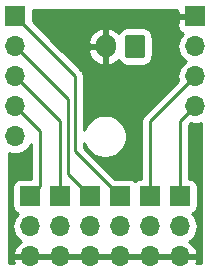
<source format=gbr>
G04 #@! TF.GenerationSoftware,KiCad,Pcbnew,(5.1.4-0-10_14)*
G04 #@! TF.CreationDate,2022-08-18T21:45:17+09:00*
G04 #@! TF.ProjectId,NX13,4e583133-2e6b-4696-9361-645f70636258,rev?*
G04 #@! TF.SameCoordinates,Original*
G04 #@! TF.FileFunction,Copper,L1,Top*
G04 #@! TF.FilePolarity,Positive*
%FSLAX46Y46*%
G04 Gerber Fmt 4.6, Leading zero omitted, Abs format (unit mm)*
G04 Created by KiCad (PCBNEW (5.1.4-0-10_14)) date 2022-08-18 21:45:17*
%MOMM*%
%LPD*%
G04 APERTURE LIST*
%ADD10O,1.700000X1.700000*%
%ADD11R,1.700000X1.700000*%
%ADD12O,1.700000X2.000000*%
%ADD13C,0.100000*%
%ADD14C,1.700000*%
%ADD15C,0.250000*%
%ADD16C,0.254000*%
G04 APERTURE END LIST*
D10*
X162560000Y-120650000D03*
X162560000Y-118110000D03*
D11*
X162560000Y-115570000D03*
D10*
X160020000Y-120650000D03*
X160020000Y-118110000D03*
D11*
X160020000Y-115570000D03*
D10*
X157480000Y-120650000D03*
X157480000Y-118110000D03*
D11*
X157480000Y-115570000D03*
D10*
X154940000Y-120650000D03*
X154940000Y-118110000D03*
D11*
X154940000Y-115570000D03*
D10*
X152400000Y-120650000D03*
X152400000Y-118110000D03*
D11*
X152400000Y-115570000D03*
D10*
X149860000Y-120650000D03*
X149860000Y-118110000D03*
D11*
X149860000Y-115570000D03*
D10*
X163830000Y-107950000D03*
X163830000Y-105410000D03*
X163830000Y-102870000D03*
D11*
X163830000Y-100330000D03*
D10*
X148590000Y-110490000D03*
X148590000Y-107950000D03*
X148590000Y-105410000D03*
X148590000Y-102870000D03*
D11*
X148590000Y-100330000D03*
D12*
X156250000Y-102870000D03*
D13*
G36*
X159374504Y-101871204D02*
G01*
X159398773Y-101874804D01*
X159422571Y-101880765D01*
X159445671Y-101889030D01*
X159467849Y-101899520D01*
X159488893Y-101912133D01*
X159508598Y-101926747D01*
X159526777Y-101943223D01*
X159543253Y-101961402D01*
X159557867Y-101981107D01*
X159570480Y-102002151D01*
X159580970Y-102024329D01*
X159589235Y-102047429D01*
X159595196Y-102071227D01*
X159598796Y-102095496D01*
X159600000Y-102120000D01*
X159600000Y-103620000D01*
X159598796Y-103644504D01*
X159595196Y-103668773D01*
X159589235Y-103692571D01*
X159580970Y-103715671D01*
X159570480Y-103737849D01*
X159557867Y-103758893D01*
X159543253Y-103778598D01*
X159526777Y-103796777D01*
X159508598Y-103813253D01*
X159488893Y-103827867D01*
X159467849Y-103840480D01*
X159445671Y-103850970D01*
X159422571Y-103859235D01*
X159398773Y-103865196D01*
X159374504Y-103868796D01*
X159350000Y-103870000D01*
X158150000Y-103870000D01*
X158125496Y-103868796D01*
X158101227Y-103865196D01*
X158077429Y-103859235D01*
X158054329Y-103850970D01*
X158032151Y-103840480D01*
X158011107Y-103827867D01*
X157991402Y-103813253D01*
X157973223Y-103796777D01*
X157956747Y-103778598D01*
X157942133Y-103758893D01*
X157929520Y-103737849D01*
X157919030Y-103715671D01*
X157910765Y-103692571D01*
X157904804Y-103668773D01*
X157901204Y-103644504D01*
X157900000Y-103620000D01*
X157900000Y-102120000D01*
X157901204Y-102095496D01*
X157904804Y-102071227D01*
X157910765Y-102047429D01*
X157919030Y-102024329D01*
X157929520Y-102002151D01*
X157942133Y-101981107D01*
X157956747Y-101961402D01*
X157973223Y-101943223D01*
X157991402Y-101926747D01*
X158011107Y-101912133D01*
X158032151Y-101899520D01*
X158054329Y-101889030D01*
X158077429Y-101880765D01*
X158101227Y-101874804D01*
X158125496Y-101871204D01*
X158150000Y-101870000D01*
X159350000Y-101870000D01*
X159374504Y-101871204D01*
X159374504Y-101871204D01*
G37*
D14*
X158750000Y-102870000D03*
D15*
X148590000Y-100330000D02*
X152400000Y-104140000D01*
X157480000Y-115570000D02*
X156630001Y-114720001D01*
X156630001Y-114720001D02*
X153670000Y-111760000D01*
X153670000Y-111760000D02*
X153670000Y-105410000D01*
X153670000Y-105410000D02*
X152400000Y-104140000D01*
X151765000Y-106045000D02*
X148590000Y-102870000D01*
X153035000Y-107315000D02*
X151765000Y-106045000D01*
X153035000Y-113665000D02*
X153035000Y-107315000D01*
X154940000Y-115570000D02*
X153035000Y-113665000D01*
X148590000Y-105410000D02*
X151130000Y-107950000D01*
X152400000Y-109220000D02*
X151130000Y-107950000D01*
X152400000Y-115570000D02*
X152400000Y-109220000D01*
X148590000Y-107950000D02*
X150495000Y-109855000D01*
X150709999Y-114720001D02*
X150709999Y-110069999D01*
X149860000Y-115570000D02*
X150709999Y-114720001D01*
X150709999Y-110069999D02*
X150495000Y-109855000D01*
X162560000Y-109220000D02*
X162560000Y-115570000D01*
X163830000Y-107950000D02*
X162560000Y-109220000D01*
X160020000Y-109220000D02*
X160020000Y-115570000D01*
X163830000Y-105410000D02*
X160020000Y-109220000D01*
D16*
G36*
X164365000Y-121185000D02*
G01*
X163942107Y-121185000D01*
X163956825Y-121154099D01*
X164001476Y-121006890D01*
X163880155Y-120777000D01*
X162687000Y-120777000D01*
X162687000Y-120797000D01*
X162433000Y-120797000D01*
X162433000Y-120777000D01*
X160147000Y-120777000D01*
X160147000Y-120797000D01*
X159893000Y-120797000D01*
X159893000Y-120777000D01*
X157607000Y-120777000D01*
X157607000Y-120797000D01*
X157353000Y-120797000D01*
X157353000Y-120777000D01*
X155067000Y-120777000D01*
X155067000Y-120797000D01*
X154813000Y-120797000D01*
X154813000Y-120777000D01*
X152527000Y-120777000D01*
X152527000Y-120797000D01*
X152273000Y-120797000D01*
X152273000Y-120777000D01*
X149987000Y-120777000D01*
X149987000Y-120797000D01*
X149733000Y-120797000D01*
X149733000Y-120777000D01*
X148539845Y-120777000D01*
X148418524Y-121006890D01*
X148463175Y-121154099D01*
X148477893Y-121185000D01*
X148055000Y-121185000D01*
X148055000Y-111879530D01*
X148298889Y-111953513D01*
X148517050Y-111975000D01*
X148662950Y-111975000D01*
X148881111Y-111953513D01*
X149161034Y-111868599D01*
X149419014Y-111730706D01*
X149645134Y-111545134D01*
X149830706Y-111319014D01*
X149950000Y-111095831D01*
X149949999Y-114081928D01*
X149010000Y-114081928D01*
X148885518Y-114094188D01*
X148765820Y-114130498D01*
X148655506Y-114189463D01*
X148558815Y-114268815D01*
X148479463Y-114365506D01*
X148420498Y-114475820D01*
X148384188Y-114595518D01*
X148371928Y-114720000D01*
X148371928Y-116420000D01*
X148384188Y-116544482D01*
X148420498Y-116664180D01*
X148479463Y-116774494D01*
X148558815Y-116871185D01*
X148655506Y-116950537D01*
X148765820Y-117009502D01*
X148834687Y-117030393D01*
X148804866Y-117054866D01*
X148619294Y-117280986D01*
X148481401Y-117538966D01*
X148396487Y-117818889D01*
X148367815Y-118110000D01*
X148396487Y-118401111D01*
X148481401Y-118681034D01*
X148619294Y-118939014D01*
X148804866Y-119165134D01*
X149030986Y-119350706D01*
X149095523Y-119385201D01*
X148978645Y-119454822D01*
X148762412Y-119649731D01*
X148588359Y-119883080D01*
X148463175Y-120145901D01*
X148418524Y-120293110D01*
X148539845Y-120523000D01*
X149733000Y-120523000D01*
X149733000Y-120503000D01*
X149987000Y-120503000D01*
X149987000Y-120523000D01*
X152273000Y-120523000D01*
X152273000Y-120503000D01*
X152527000Y-120503000D01*
X152527000Y-120523000D01*
X154813000Y-120523000D01*
X154813000Y-120503000D01*
X155067000Y-120503000D01*
X155067000Y-120523000D01*
X157353000Y-120523000D01*
X157353000Y-120503000D01*
X157607000Y-120503000D01*
X157607000Y-120523000D01*
X159893000Y-120523000D01*
X159893000Y-120503000D01*
X160147000Y-120503000D01*
X160147000Y-120523000D01*
X162433000Y-120523000D01*
X162433000Y-120503000D01*
X162687000Y-120503000D01*
X162687000Y-120523000D01*
X163880155Y-120523000D01*
X164001476Y-120293110D01*
X163956825Y-120145901D01*
X163831641Y-119883080D01*
X163657588Y-119649731D01*
X163441355Y-119454822D01*
X163324477Y-119385201D01*
X163389014Y-119350706D01*
X163615134Y-119165134D01*
X163800706Y-118939014D01*
X163938599Y-118681034D01*
X164023513Y-118401111D01*
X164052185Y-118110000D01*
X164023513Y-117818889D01*
X163938599Y-117538966D01*
X163800706Y-117280986D01*
X163615134Y-117054866D01*
X163585313Y-117030393D01*
X163654180Y-117009502D01*
X163764494Y-116950537D01*
X163861185Y-116871185D01*
X163940537Y-116774494D01*
X163999502Y-116664180D01*
X164035812Y-116544482D01*
X164048072Y-116420000D01*
X164048072Y-114720000D01*
X164035812Y-114595518D01*
X163999502Y-114475820D01*
X163940537Y-114365506D01*
X163861185Y-114268815D01*
X163764494Y-114189463D01*
X163654180Y-114130498D01*
X163534482Y-114094188D01*
X163410000Y-114081928D01*
X163320000Y-114081928D01*
X163320000Y-109534801D01*
X163464004Y-109390797D01*
X163538889Y-109413513D01*
X163757050Y-109435000D01*
X163902950Y-109435000D01*
X164121111Y-109413513D01*
X164365001Y-109339530D01*
X164365000Y-121185000D01*
X164365000Y-121185000D01*
G37*
X164365000Y-121185000D02*
X163942107Y-121185000D01*
X163956825Y-121154099D01*
X164001476Y-121006890D01*
X163880155Y-120777000D01*
X162687000Y-120777000D01*
X162687000Y-120797000D01*
X162433000Y-120797000D01*
X162433000Y-120777000D01*
X160147000Y-120777000D01*
X160147000Y-120797000D01*
X159893000Y-120797000D01*
X159893000Y-120777000D01*
X157607000Y-120777000D01*
X157607000Y-120797000D01*
X157353000Y-120797000D01*
X157353000Y-120777000D01*
X155067000Y-120777000D01*
X155067000Y-120797000D01*
X154813000Y-120797000D01*
X154813000Y-120777000D01*
X152527000Y-120777000D01*
X152527000Y-120797000D01*
X152273000Y-120797000D01*
X152273000Y-120777000D01*
X149987000Y-120777000D01*
X149987000Y-120797000D01*
X149733000Y-120797000D01*
X149733000Y-120777000D01*
X148539845Y-120777000D01*
X148418524Y-121006890D01*
X148463175Y-121154099D01*
X148477893Y-121185000D01*
X148055000Y-121185000D01*
X148055000Y-111879530D01*
X148298889Y-111953513D01*
X148517050Y-111975000D01*
X148662950Y-111975000D01*
X148881111Y-111953513D01*
X149161034Y-111868599D01*
X149419014Y-111730706D01*
X149645134Y-111545134D01*
X149830706Y-111319014D01*
X149950000Y-111095831D01*
X149949999Y-114081928D01*
X149010000Y-114081928D01*
X148885518Y-114094188D01*
X148765820Y-114130498D01*
X148655506Y-114189463D01*
X148558815Y-114268815D01*
X148479463Y-114365506D01*
X148420498Y-114475820D01*
X148384188Y-114595518D01*
X148371928Y-114720000D01*
X148371928Y-116420000D01*
X148384188Y-116544482D01*
X148420498Y-116664180D01*
X148479463Y-116774494D01*
X148558815Y-116871185D01*
X148655506Y-116950537D01*
X148765820Y-117009502D01*
X148834687Y-117030393D01*
X148804866Y-117054866D01*
X148619294Y-117280986D01*
X148481401Y-117538966D01*
X148396487Y-117818889D01*
X148367815Y-118110000D01*
X148396487Y-118401111D01*
X148481401Y-118681034D01*
X148619294Y-118939014D01*
X148804866Y-119165134D01*
X149030986Y-119350706D01*
X149095523Y-119385201D01*
X148978645Y-119454822D01*
X148762412Y-119649731D01*
X148588359Y-119883080D01*
X148463175Y-120145901D01*
X148418524Y-120293110D01*
X148539845Y-120523000D01*
X149733000Y-120523000D01*
X149733000Y-120503000D01*
X149987000Y-120503000D01*
X149987000Y-120523000D01*
X152273000Y-120523000D01*
X152273000Y-120503000D01*
X152527000Y-120503000D01*
X152527000Y-120523000D01*
X154813000Y-120523000D01*
X154813000Y-120503000D01*
X155067000Y-120503000D01*
X155067000Y-120523000D01*
X157353000Y-120523000D01*
X157353000Y-120503000D01*
X157607000Y-120503000D01*
X157607000Y-120523000D01*
X159893000Y-120523000D01*
X159893000Y-120503000D01*
X160147000Y-120503000D01*
X160147000Y-120523000D01*
X162433000Y-120523000D01*
X162433000Y-120503000D01*
X162687000Y-120503000D01*
X162687000Y-120523000D01*
X163880155Y-120523000D01*
X164001476Y-120293110D01*
X163956825Y-120145901D01*
X163831641Y-119883080D01*
X163657588Y-119649731D01*
X163441355Y-119454822D01*
X163324477Y-119385201D01*
X163389014Y-119350706D01*
X163615134Y-119165134D01*
X163800706Y-118939014D01*
X163938599Y-118681034D01*
X164023513Y-118401111D01*
X164052185Y-118110000D01*
X164023513Y-117818889D01*
X163938599Y-117538966D01*
X163800706Y-117280986D01*
X163615134Y-117054866D01*
X163585313Y-117030393D01*
X163654180Y-117009502D01*
X163764494Y-116950537D01*
X163861185Y-116871185D01*
X163940537Y-116774494D01*
X163999502Y-116664180D01*
X164035812Y-116544482D01*
X164048072Y-116420000D01*
X164048072Y-114720000D01*
X164035812Y-114595518D01*
X163999502Y-114475820D01*
X163940537Y-114365506D01*
X163861185Y-114268815D01*
X163764494Y-114189463D01*
X163654180Y-114130498D01*
X163534482Y-114094188D01*
X163410000Y-114081928D01*
X163320000Y-114081928D01*
X163320000Y-109534801D01*
X163464004Y-109390797D01*
X163538889Y-109413513D01*
X163757050Y-109435000D01*
X163902950Y-109435000D01*
X164121111Y-109413513D01*
X164365001Y-109339530D01*
X164365000Y-121185000D01*
G36*
X162345000Y-100044250D02*
G01*
X162503750Y-100203000D01*
X163703000Y-100203000D01*
X163703000Y-100183000D01*
X163957000Y-100183000D01*
X163957000Y-100203000D01*
X163977000Y-100203000D01*
X163977000Y-100457000D01*
X163957000Y-100457000D01*
X163957000Y-100477000D01*
X163703000Y-100477000D01*
X163703000Y-100457000D01*
X162503750Y-100457000D01*
X162345000Y-100615750D01*
X162341928Y-101180000D01*
X162354188Y-101304482D01*
X162390498Y-101424180D01*
X162449463Y-101534494D01*
X162528815Y-101631185D01*
X162625506Y-101710537D01*
X162735820Y-101769502D01*
X162804687Y-101790393D01*
X162774866Y-101814866D01*
X162589294Y-102040986D01*
X162451401Y-102298966D01*
X162366487Y-102578889D01*
X162337815Y-102870000D01*
X162366487Y-103161111D01*
X162451401Y-103441034D01*
X162589294Y-103699014D01*
X162774866Y-103925134D01*
X163000986Y-104110706D01*
X163055791Y-104140000D01*
X163000986Y-104169294D01*
X162774866Y-104354866D01*
X162589294Y-104580986D01*
X162451401Y-104838966D01*
X162366487Y-105118889D01*
X162337815Y-105410000D01*
X162366487Y-105701111D01*
X162389203Y-105775995D01*
X159509003Y-108656196D01*
X159479999Y-108679999D01*
X159424871Y-108747174D01*
X159385026Y-108795724D01*
X159314455Y-108927753D01*
X159314454Y-108927754D01*
X159270997Y-109071015D01*
X159260000Y-109182668D01*
X159260000Y-109182678D01*
X159256324Y-109220000D01*
X159260000Y-109257323D01*
X159260001Y-114081928D01*
X159170000Y-114081928D01*
X159045518Y-114094188D01*
X158925820Y-114130498D01*
X158815506Y-114189463D01*
X158750000Y-114243222D01*
X158684494Y-114189463D01*
X158574180Y-114130498D01*
X158454482Y-114094188D01*
X158330000Y-114081928D01*
X157066730Y-114081928D01*
X154430000Y-111445199D01*
X154430000Y-111003965D01*
X154434876Y-111028478D01*
X154574036Y-111364441D01*
X154776066Y-111666800D01*
X155033200Y-111923934D01*
X155335559Y-112125964D01*
X155671522Y-112265124D01*
X156028178Y-112336068D01*
X156391822Y-112336068D01*
X156748478Y-112265124D01*
X157084441Y-112125964D01*
X157386800Y-111923934D01*
X157643934Y-111666800D01*
X157845964Y-111364441D01*
X157985124Y-111028478D01*
X158056068Y-110671822D01*
X158056068Y-110308178D01*
X157985124Y-109951522D01*
X157845964Y-109615559D01*
X157643934Y-109313200D01*
X157386800Y-109056066D01*
X157084441Y-108854036D01*
X156748478Y-108714876D01*
X156391822Y-108643932D01*
X156028178Y-108643932D01*
X155671522Y-108714876D01*
X155335559Y-108854036D01*
X155033200Y-109056066D01*
X154776066Y-109313200D01*
X154574036Y-109615559D01*
X154434876Y-109951522D01*
X154430000Y-109976035D01*
X154430000Y-105447322D01*
X154433676Y-105409999D01*
X154430000Y-105372676D01*
X154430000Y-105372667D01*
X154419003Y-105261014D01*
X154375546Y-105117753D01*
X154304974Y-104985724D01*
X154210001Y-104869999D01*
X154181003Y-104846201D01*
X152963803Y-103629002D01*
X152963799Y-103628997D01*
X152564544Y-103229742D01*
X154778715Y-103229742D01*
X154847904Y-103512745D01*
X154970975Y-103776812D01*
X155143198Y-104011795D01*
X155357954Y-104208664D01*
X155606991Y-104359854D01*
X155880739Y-104459554D01*
X155893110Y-104461476D01*
X156123000Y-104340155D01*
X156123000Y-102997000D01*
X154922768Y-102997000D01*
X154778715Y-103229742D01*
X152564544Y-103229742D01*
X151845060Y-102510258D01*
X154778715Y-102510258D01*
X154922768Y-102743000D01*
X156123000Y-102743000D01*
X156123000Y-101399845D01*
X156377000Y-101399845D01*
X156377000Y-102743000D01*
X156397000Y-102743000D01*
X156397000Y-102997000D01*
X156377000Y-102997000D01*
X156377000Y-104340155D01*
X156606890Y-104461476D01*
X156619261Y-104459554D01*
X156893009Y-104359854D01*
X157142046Y-104208664D01*
X157356802Y-104011795D01*
X157357086Y-104011407D01*
X157411595Y-104113386D01*
X157522038Y-104247962D01*
X157656614Y-104358405D01*
X157810150Y-104440472D01*
X157976746Y-104491008D01*
X158150000Y-104508072D01*
X159350000Y-104508072D01*
X159523254Y-104491008D01*
X159689850Y-104440472D01*
X159843386Y-104358405D01*
X159977962Y-104247962D01*
X160088405Y-104113386D01*
X160170472Y-103959850D01*
X160221008Y-103793254D01*
X160238072Y-103620000D01*
X160238072Y-102120000D01*
X160221008Y-101946746D01*
X160170472Y-101780150D01*
X160088405Y-101626614D01*
X159977962Y-101492038D01*
X159843386Y-101381595D01*
X159689850Y-101299528D01*
X159523254Y-101248992D01*
X159350000Y-101231928D01*
X158150000Y-101231928D01*
X157976746Y-101248992D01*
X157810150Y-101299528D01*
X157656614Y-101381595D01*
X157522038Y-101492038D01*
X157411595Y-101626614D01*
X157357086Y-101728593D01*
X157356802Y-101728205D01*
X157142046Y-101531336D01*
X156893009Y-101380146D01*
X156619261Y-101280446D01*
X156606890Y-101278524D01*
X156377000Y-101399845D01*
X156123000Y-101399845D01*
X155893110Y-101278524D01*
X155880739Y-101280446D01*
X155606991Y-101380146D01*
X155357954Y-101531336D01*
X155143198Y-101728205D01*
X154970975Y-101963188D01*
X154847904Y-102227255D01*
X154778715Y-102510258D01*
X151845060Y-102510258D01*
X150078072Y-100743271D01*
X150078072Y-99795000D01*
X162343643Y-99795000D01*
X162345000Y-100044250D01*
X162345000Y-100044250D01*
G37*
X162345000Y-100044250D02*
X162503750Y-100203000D01*
X163703000Y-100203000D01*
X163703000Y-100183000D01*
X163957000Y-100183000D01*
X163957000Y-100203000D01*
X163977000Y-100203000D01*
X163977000Y-100457000D01*
X163957000Y-100457000D01*
X163957000Y-100477000D01*
X163703000Y-100477000D01*
X163703000Y-100457000D01*
X162503750Y-100457000D01*
X162345000Y-100615750D01*
X162341928Y-101180000D01*
X162354188Y-101304482D01*
X162390498Y-101424180D01*
X162449463Y-101534494D01*
X162528815Y-101631185D01*
X162625506Y-101710537D01*
X162735820Y-101769502D01*
X162804687Y-101790393D01*
X162774866Y-101814866D01*
X162589294Y-102040986D01*
X162451401Y-102298966D01*
X162366487Y-102578889D01*
X162337815Y-102870000D01*
X162366487Y-103161111D01*
X162451401Y-103441034D01*
X162589294Y-103699014D01*
X162774866Y-103925134D01*
X163000986Y-104110706D01*
X163055791Y-104140000D01*
X163000986Y-104169294D01*
X162774866Y-104354866D01*
X162589294Y-104580986D01*
X162451401Y-104838966D01*
X162366487Y-105118889D01*
X162337815Y-105410000D01*
X162366487Y-105701111D01*
X162389203Y-105775995D01*
X159509003Y-108656196D01*
X159479999Y-108679999D01*
X159424871Y-108747174D01*
X159385026Y-108795724D01*
X159314455Y-108927753D01*
X159314454Y-108927754D01*
X159270997Y-109071015D01*
X159260000Y-109182668D01*
X159260000Y-109182678D01*
X159256324Y-109220000D01*
X159260000Y-109257323D01*
X159260001Y-114081928D01*
X159170000Y-114081928D01*
X159045518Y-114094188D01*
X158925820Y-114130498D01*
X158815506Y-114189463D01*
X158750000Y-114243222D01*
X158684494Y-114189463D01*
X158574180Y-114130498D01*
X158454482Y-114094188D01*
X158330000Y-114081928D01*
X157066730Y-114081928D01*
X154430000Y-111445199D01*
X154430000Y-111003965D01*
X154434876Y-111028478D01*
X154574036Y-111364441D01*
X154776066Y-111666800D01*
X155033200Y-111923934D01*
X155335559Y-112125964D01*
X155671522Y-112265124D01*
X156028178Y-112336068D01*
X156391822Y-112336068D01*
X156748478Y-112265124D01*
X157084441Y-112125964D01*
X157386800Y-111923934D01*
X157643934Y-111666800D01*
X157845964Y-111364441D01*
X157985124Y-111028478D01*
X158056068Y-110671822D01*
X158056068Y-110308178D01*
X157985124Y-109951522D01*
X157845964Y-109615559D01*
X157643934Y-109313200D01*
X157386800Y-109056066D01*
X157084441Y-108854036D01*
X156748478Y-108714876D01*
X156391822Y-108643932D01*
X156028178Y-108643932D01*
X155671522Y-108714876D01*
X155335559Y-108854036D01*
X155033200Y-109056066D01*
X154776066Y-109313200D01*
X154574036Y-109615559D01*
X154434876Y-109951522D01*
X154430000Y-109976035D01*
X154430000Y-105447322D01*
X154433676Y-105409999D01*
X154430000Y-105372676D01*
X154430000Y-105372667D01*
X154419003Y-105261014D01*
X154375546Y-105117753D01*
X154304974Y-104985724D01*
X154210001Y-104869999D01*
X154181003Y-104846201D01*
X152963803Y-103629002D01*
X152963799Y-103628997D01*
X152564544Y-103229742D01*
X154778715Y-103229742D01*
X154847904Y-103512745D01*
X154970975Y-103776812D01*
X155143198Y-104011795D01*
X155357954Y-104208664D01*
X155606991Y-104359854D01*
X155880739Y-104459554D01*
X155893110Y-104461476D01*
X156123000Y-104340155D01*
X156123000Y-102997000D01*
X154922768Y-102997000D01*
X154778715Y-103229742D01*
X152564544Y-103229742D01*
X151845060Y-102510258D01*
X154778715Y-102510258D01*
X154922768Y-102743000D01*
X156123000Y-102743000D01*
X156123000Y-101399845D01*
X156377000Y-101399845D01*
X156377000Y-102743000D01*
X156397000Y-102743000D01*
X156397000Y-102997000D01*
X156377000Y-102997000D01*
X156377000Y-104340155D01*
X156606890Y-104461476D01*
X156619261Y-104459554D01*
X156893009Y-104359854D01*
X157142046Y-104208664D01*
X157356802Y-104011795D01*
X157357086Y-104011407D01*
X157411595Y-104113386D01*
X157522038Y-104247962D01*
X157656614Y-104358405D01*
X157810150Y-104440472D01*
X157976746Y-104491008D01*
X158150000Y-104508072D01*
X159350000Y-104508072D01*
X159523254Y-104491008D01*
X159689850Y-104440472D01*
X159843386Y-104358405D01*
X159977962Y-104247962D01*
X160088405Y-104113386D01*
X160170472Y-103959850D01*
X160221008Y-103793254D01*
X160238072Y-103620000D01*
X160238072Y-102120000D01*
X160221008Y-101946746D01*
X160170472Y-101780150D01*
X160088405Y-101626614D01*
X159977962Y-101492038D01*
X159843386Y-101381595D01*
X159689850Y-101299528D01*
X159523254Y-101248992D01*
X159350000Y-101231928D01*
X158150000Y-101231928D01*
X157976746Y-101248992D01*
X157810150Y-101299528D01*
X157656614Y-101381595D01*
X157522038Y-101492038D01*
X157411595Y-101626614D01*
X157357086Y-101728593D01*
X157356802Y-101728205D01*
X157142046Y-101531336D01*
X156893009Y-101380146D01*
X156619261Y-101280446D01*
X156606890Y-101278524D01*
X156377000Y-101399845D01*
X156123000Y-101399845D01*
X155893110Y-101278524D01*
X155880739Y-101280446D01*
X155606991Y-101380146D01*
X155357954Y-101531336D01*
X155143198Y-101728205D01*
X154970975Y-101963188D01*
X154847904Y-102227255D01*
X154778715Y-102510258D01*
X151845060Y-102510258D01*
X150078072Y-100743271D01*
X150078072Y-99795000D01*
X162343643Y-99795000D01*
X162345000Y-100044250D01*
M02*

</source>
